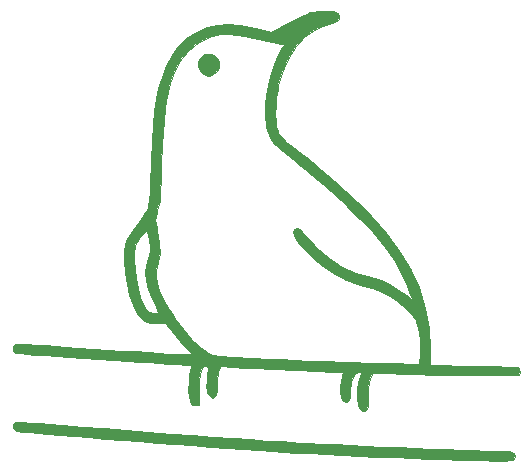
<source format=gbr>
%TF.GenerationSoftware,KiCad,Pcbnew,(5.1.9-0-10_14)*%
%TF.CreationDate,2021-04-25T18:44:43-05:00*%
%TF.ProjectId,wren-numpad,7772656e-2d6e-4756-9d70-61642e6b6963,rev?*%
%TF.SameCoordinates,Original*%
%TF.FileFunction,Legend,Bot*%
%TF.FilePolarity,Positive*%
%FSLAX46Y46*%
G04 Gerber Fmt 4.6, Leading zero omitted, Abs format (unit mm)*
G04 Created by KiCad (PCBNEW (5.1.9-0-10_14)) date 2021-04-25 18:44:43*
%MOMM*%
%LPD*%
G01*
G04 APERTURE LIST*
%ADD10C,0.010000*%
G04 APERTURE END LIST*
D10*
%TO.C,G\u002A\u002A\u002A*%
G36*
X167993807Y-47756926D02*
G01*
X167832436Y-47809838D01*
X167490072Y-48058222D01*
X167306383Y-48411881D01*
X167284218Y-48806423D01*
X167426425Y-49177455D01*
X167735852Y-49460585D01*
X167758875Y-49472895D01*
X168041676Y-49604113D01*
X168241367Y-49623930D01*
X168475337Y-49535488D01*
X168557997Y-49494273D01*
X168893559Y-49226235D01*
X169056820Y-48886854D01*
X169067929Y-48522904D01*
X168947034Y-48181161D01*
X168714283Y-47908400D01*
X168389825Y-47751397D01*
X167993807Y-47756926D01*
G37*
X167993807Y-47756926D02*
X167832436Y-47809838D01*
X167490072Y-48058222D01*
X167306383Y-48411881D01*
X167284218Y-48806423D01*
X167426425Y-49177455D01*
X167735852Y-49460585D01*
X167758875Y-49472895D01*
X168041676Y-49604113D01*
X168241367Y-49623930D01*
X168475337Y-49535488D01*
X168557997Y-49494273D01*
X168893559Y-49226235D01*
X169056820Y-48886854D01*
X169067929Y-48522904D01*
X168947034Y-48181161D01*
X168714283Y-47908400D01*
X168389825Y-47751397D01*
X167993807Y-47756926D01*
G36*
X177919424Y-44116724D02*
G01*
X177764341Y-44123729D01*
X177377940Y-44145523D01*
X177065778Y-44179637D01*
X176779503Y-44242227D01*
X176470765Y-44349448D01*
X176091209Y-44517457D01*
X175592484Y-44762407D01*
X175088884Y-45017664D01*
X173427722Y-45863104D01*
X172072648Y-45554105D01*
X170873416Y-45328768D01*
X169822228Y-45243852D01*
X168879033Y-45305840D01*
X168003780Y-45521215D01*
X167156418Y-45896459D01*
X166296897Y-46438056D01*
X166205770Y-46503775D01*
X165608561Y-47064497D01*
X165057612Y-47834782D01*
X164562960Y-48796144D01*
X164134645Y-49930094D01*
X163893818Y-50761568D01*
X163729235Y-51550190D01*
X163585699Y-52558080D01*
X163464221Y-53774466D01*
X163365814Y-55188578D01*
X163291491Y-56789645D01*
X163271777Y-57378297D01*
X163242757Y-58303176D01*
X163216514Y-59028888D01*
X163189734Y-59587097D01*
X163159102Y-60009465D01*
X163121304Y-60327653D01*
X163073026Y-60573326D01*
X163010954Y-60778146D01*
X162931774Y-60973774D01*
X162884458Y-61078635D01*
X162643656Y-61514132D01*
X162316959Y-61994322D01*
X162037585Y-62342012D01*
X161589607Y-62891134D01*
X161289698Y-63391350D01*
X161112078Y-63914228D01*
X161030967Y-64531338D01*
X161018520Y-65171205D01*
X161077603Y-66191844D01*
X161225785Y-67204094D01*
X161450187Y-68154921D01*
X161737926Y-68991290D01*
X162076123Y-69660165D01*
X162127969Y-69739196D01*
X162497534Y-70192911D01*
X162889580Y-70456284D01*
X163374259Y-70564904D01*
X163764824Y-70569670D01*
X164493055Y-70541772D01*
X165312676Y-71568191D01*
X165680843Y-72016242D01*
X166036002Y-72425836D01*
X166331841Y-72744750D01*
X166489234Y-72894953D01*
X166846171Y-73195296D01*
X166288904Y-73195098D01*
X166000975Y-73187033D01*
X165507892Y-73164030D01*
X164834818Y-73127684D01*
X164006914Y-73079593D01*
X163049343Y-73021353D01*
X161987267Y-72954561D01*
X160845848Y-72880815D01*
X159650249Y-72801710D01*
X158425632Y-72718843D01*
X157197158Y-72633813D01*
X155989991Y-72548214D01*
X155248488Y-72494476D01*
X154390114Y-72434263D01*
X153602374Y-72383904D01*
X152915898Y-72344968D01*
X152361314Y-72319024D01*
X151969252Y-72307642D01*
X151770341Y-72312389D01*
X151755988Y-72315578D01*
X151630505Y-72468238D01*
X151591849Y-72720006D01*
X151646699Y-72953436D01*
X151715416Y-73029226D01*
X151861570Y-73057314D01*
X152217051Y-73097947D01*
X152760710Y-73149536D01*
X153471400Y-73210490D01*
X154327970Y-73279219D01*
X155309273Y-73354135D01*
X156394160Y-73433646D01*
X157561482Y-73516162D01*
X158790090Y-73600095D01*
X160058835Y-73683853D01*
X161346570Y-73765847D01*
X162268000Y-73822557D01*
X163124892Y-73875310D01*
X163948174Y-73927506D01*
X164696479Y-73976406D01*
X165328442Y-74019273D01*
X165802696Y-74053369D01*
X166032182Y-74071728D01*
X166794545Y-74138962D01*
X166625871Y-74619629D01*
X166533902Y-75033489D01*
X166480241Y-75585569D01*
X166466843Y-76186061D01*
X166495659Y-76745156D01*
X166568644Y-77173044D01*
X166570224Y-77178477D01*
X166687836Y-77429914D01*
X166890173Y-77519160D01*
X167009943Y-77524841D01*
X167348000Y-77524841D01*
X167348586Y-76254841D01*
X167377647Y-75443862D01*
X167461903Y-74818555D01*
X167598216Y-74389891D01*
X167783449Y-74168844D01*
X167951957Y-74145767D01*
X168103993Y-74258219D01*
X168115093Y-74356698D01*
X168088568Y-74545730D01*
X168055273Y-74896901D01*
X168021517Y-75341811D01*
X168014579Y-75446659D01*
X167991209Y-75926088D01*
X168002445Y-76239873D01*
X168057677Y-76451900D01*
X168166296Y-76626055D01*
X168192753Y-76658932D01*
X168386306Y-76848633D01*
X168549392Y-76864651D01*
X168639630Y-76819633D01*
X168749807Y-76710125D01*
X168817428Y-76512747D01*
X168853736Y-76176261D01*
X168867629Y-75780542D01*
X168892879Y-75296623D01*
X168942195Y-74862361D01*
X169005530Y-74562861D01*
X169014244Y-74538329D01*
X169142139Y-74207271D01*
X170207797Y-74281449D01*
X170514495Y-74299877D01*
X171006353Y-74325891D01*
X171650698Y-74358022D01*
X172414859Y-74394803D01*
X173266166Y-74434768D01*
X174171947Y-74476448D01*
X175099532Y-74518376D01*
X176016249Y-74559085D01*
X176889427Y-74597107D01*
X177686395Y-74630975D01*
X178374482Y-74659222D01*
X178921017Y-74680379D01*
X179293329Y-74692980D01*
X179435972Y-74695933D01*
X179554342Y-74716353D01*
X179568043Y-74817235D01*
X179480540Y-75058726D01*
X179459754Y-75108751D01*
X179357589Y-75486279D01*
X179312790Y-75941948D01*
X179322123Y-76407600D01*
X179382355Y-76815075D01*
X179490254Y-77096217D01*
X179557318Y-77165834D01*
X179811987Y-77251271D01*
X179993303Y-77134926D01*
X180105876Y-76809741D01*
X180154314Y-76268662D01*
X180154769Y-76251303D01*
X180218733Y-75571882D01*
X180368868Y-75078688D01*
X180599828Y-74783317D01*
X180871499Y-74696205D01*
X181079281Y-74725693D01*
X181104188Y-74841889D01*
X181083211Y-74898250D01*
X180863845Y-75564035D01*
X180748058Y-76254833D01*
X180738058Y-76909872D01*
X180836054Y-77468380D01*
X180978429Y-77782321D01*
X181151067Y-77994840D01*
X181315086Y-78021952D01*
X181488426Y-77933078D01*
X181574475Y-77818361D01*
X181628211Y-77579977D01*
X181655325Y-77179083D01*
X181661608Y-76751437D01*
X181684083Y-76078318D01*
X181751839Y-75584184D01*
X181863553Y-75237349D01*
X182062743Y-74797130D01*
X185904462Y-74890985D01*
X186965949Y-74914989D01*
X188078790Y-74936726D01*
X189189013Y-74955378D01*
X190242643Y-74970131D01*
X191185704Y-74980168D01*
X191964222Y-74984673D01*
X192113000Y-74984841D01*
X194479818Y-74984841D01*
X194516414Y-74666685D01*
X194492793Y-74400393D01*
X194397815Y-74288974D01*
X194247973Y-74271854D01*
X193896209Y-74251327D01*
X193371467Y-74228478D01*
X192702690Y-74204392D01*
X191918821Y-74180154D01*
X191048804Y-74156850D01*
X190565508Y-74145313D01*
X186888397Y-74061205D01*
X186909155Y-72767182D01*
X186903084Y-72641963D01*
X186067620Y-72641963D01*
X186041424Y-73241342D01*
X185967022Y-74037843D01*
X183469329Y-73961446D01*
X182629161Y-73934824D01*
X181626869Y-73901576D01*
X180531064Y-73864070D01*
X179410355Y-73824672D01*
X178333353Y-73785751D01*
X177738909Y-73763696D01*
X176679492Y-73722316D01*
X175497576Y-73673435D01*
X174271875Y-73620486D01*
X173081103Y-73566904D01*
X172003974Y-73516124D01*
X171543250Y-73493392D01*
X170637621Y-73447098D01*
X169931474Y-73407617D01*
X169393640Y-73370856D01*
X168992949Y-73332723D01*
X168698232Y-73289123D01*
X168478319Y-73235964D01*
X168302041Y-73169154D01*
X168138229Y-73084599D01*
X168052274Y-73034985D01*
X167430046Y-72586445D01*
X166762491Y-71954886D01*
X166080350Y-71175306D01*
X165414364Y-70282706D01*
X165039324Y-69696883D01*
X163942091Y-69696883D01*
X163840698Y-69719869D01*
X163589961Y-69714997D01*
X163520606Y-69709765D01*
X163107026Y-69588925D01*
X162886007Y-69385296D01*
X162629661Y-68926253D01*
X162395601Y-68300885D01*
X162192528Y-67561775D01*
X162029142Y-66761506D01*
X161914144Y-65952664D01*
X161856235Y-65187831D01*
X161864115Y-64519591D01*
X161946485Y-64000527D01*
X161978825Y-63902621D01*
X162105638Y-63658279D01*
X162307405Y-63353720D01*
X162537150Y-63050283D01*
X162747897Y-62809310D01*
X162892670Y-62692141D01*
X162908288Y-62688932D01*
X162963325Y-62794090D01*
X163033741Y-63072079D01*
X163105750Y-63466666D01*
X163117050Y-63540568D01*
X163178891Y-64063093D01*
X163178692Y-64465092D01*
X163113192Y-64849342D01*
X163070354Y-65012614D01*
X162903415Y-65699955D01*
X162829614Y-66291418D01*
X162856012Y-66848147D01*
X162989669Y-67431283D01*
X163237647Y-68101970D01*
X163493851Y-68679686D01*
X163689705Y-69107782D01*
X163842154Y-69450381D01*
X163929545Y-69658346D01*
X163942091Y-69696883D01*
X165039324Y-69696883D01*
X164821649Y-69356869D01*
X164337710Y-68494237D01*
X163995554Y-67767593D01*
X163786109Y-67138104D01*
X163700302Y-66566941D01*
X163729063Y-66015270D01*
X163863319Y-65444260D01*
X163888858Y-65364105D01*
X164024580Y-64632695D01*
X164007803Y-63752046D01*
X163839459Y-62745480D01*
X163773492Y-62475710D01*
X163679851Y-62084884D01*
X163647593Y-61797601D01*
X163680702Y-61517567D01*
X163783159Y-61148492D01*
X163835211Y-60983375D01*
X163910501Y-60724324D01*
X163971238Y-60450470D01*
X164020120Y-60129857D01*
X164059843Y-59730528D01*
X164093105Y-59220524D01*
X164122603Y-58567890D01*
X164151035Y-57740668D01*
X164173636Y-56973932D01*
X164221495Y-55592932D01*
X164283500Y-54408197D01*
X164363553Y-53385313D01*
X164465554Y-52489863D01*
X164593402Y-51687432D01*
X164750997Y-50943605D01*
X164936197Y-50244768D01*
X165328999Y-49133789D01*
X165813571Y-48219479D01*
X166406805Y-47480075D01*
X167125595Y-46893813D01*
X167840621Y-46502938D01*
X168493209Y-46254353D01*
X169145606Y-46114307D01*
X169846534Y-46081450D01*
X170644719Y-46154432D01*
X171588883Y-46331901D01*
X171850727Y-46391798D01*
X172473207Y-46533234D01*
X173074664Y-46661132D01*
X173588567Y-46761883D01*
X173948384Y-46821879D01*
X173962238Y-46823708D01*
X174294178Y-46879273D01*
X174501232Y-46938670D01*
X174538850Y-46973717D01*
X174470961Y-47106350D01*
X174328493Y-47379954D01*
X174171383Y-47679841D01*
X173741950Y-48638255D01*
X173396213Y-49694508D01*
X173142774Y-50795955D01*
X172990238Y-51889953D01*
X172947207Y-52923855D01*
X173022286Y-53845019D01*
X173101474Y-54226566D01*
X173261565Y-54660827D01*
X173487695Y-55070472D01*
X173592156Y-55209182D01*
X173717139Y-55349931D01*
X173850768Y-55488399D01*
X174016561Y-55644460D01*
X174238036Y-55837989D01*
X174538713Y-56088859D01*
X174942109Y-56416945D01*
X175471743Y-56842121D01*
X176151134Y-57384261D01*
X176411182Y-57591408D01*
X177112488Y-58169454D01*
X177909199Y-58858762D01*
X178757878Y-59619049D01*
X179615085Y-60410033D01*
X180437381Y-61191433D01*
X181181328Y-61922965D01*
X181803488Y-62564347D01*
X181982204Y-62757628D01*
X183049973Y-64033966D01*
X183930510Y-65321545D01*
X184662327Y-66680170D01*
X185002072Y-67447108D01*
X185182111Y-67887989D01*
X185322673Y-68243532D01*
X185404132Y-68463500D01*
X185416636Y-68508223D01*
X185332403Y-68471653D01*
X185107919Y-68322433D01*
X184785508Y-68089282D01*
X184655457Y-67991724D01*
X183890408Y-67457283D01*
X183191250Y-67074830D01*
X182487301Y-66810164D01*
X181925341Y-66670772D01*
X180687199Y-66313551D01*
X179482422Y-65769429D01*
X178353884Y-65066728D01*
X177344453Y-64233769D01*
X176497001Y-63298874D01*
X176206279Y-62892616D01*
X175922177Y-62567059D01*
X175653128Y-62467824D01*
X175403999Y-62596371D01*
X175364742Y-62640060D01*
X175298164Y-62842377D01*
X175379064Y-63127365D01*
X175616221Y-63508719D01*
X176018414Y-64000133D01*
X176594422Y-64615300D01*
X176699818Y-64722600D01*
X177667607Y-65603513D01*
X178677977Y-66314256D01*
X179778287Y-66880404D01*
X181015898Y-67327529D01*
X182004056Y-67586790D01*
X182669459Y-67813929D01*
X183386639Y-68183472D01*
X184101612Y-68655509D01*
X184760394Y-69190127D01*
X185309003Y-69747415D01*
X185693455Y-70287460D01*
X185717249Y-70332092D01*
X185859918Y-70736977D01*
X185970977Y-71302761D01*
X186042766Y-71960678D01*
X186067620Y-72641963D01*
X186903084Y-72641963D01*
X186823199Y-70994395D01*
X186510386Y-69247728D01*
X185974106Y-67535799D01*
X185217747Y-65867220D01*
X184244696Y-64250608D01*
X183058343Y-62694576D01*
X182854404Y-62458023D01*
X182192778Y-61738928D01*
X181386605Y-60920930D01*
X180477308Y-60042001D01*
X179506306Y-59140116D01*
X178515020Y-58253249D01*
X177544872Y-57419372D01*
X176637281Y-56676459D01*
X176064818Y-56233468D01*
X175320997Y-55657351D01*
X174756382Y-55178318D01*
X174350594Y-54777332D01*
X174083250Y-54435357D01*
X174014547Y-54318477D01*
X173906482Y-53967783D01*
X173843483Y-53444236D01*
X173824632Y-52801270D01*
X173849011Y-52092315D01*
X173915703Y-51370805D01*
X174023789Y-50690170D01*
X174081347Y-50429188D01*
X174471446Y-49112910D01*
X174957333Y-47998734D01*
X175549247Y-47074289D01*
X176257425Y-46327200D01*
X177092106Y-45745094D01*
X178063527Y-45315598D01*
X178400006Y-45209786D01*
X178898709Y-45020673D01*
X179183943Y-44805895D01*
X179250144Y-44573219D01*
X179091746Y-44330413D01*
X179053460Y-44297774D01*
X178886819Y-44189180D01*
X178681260Y-44128072D01*
X178378292Y-44106552D01*
X177919424Y-44116724D01*
G37*
X177919424Y-44116724D02*
X177764341Y-44123729D01*
X177377940Y-44145523D01*
X177065778Y-44179637D01*
X176779503Y-44242227D01*
X176470765Y-44349448D01*
X176091209Y-44517457D01*
X175592484Y-44762407D01*
X175088884Y-45017664D01*
X173427722Y-45863104D01*
X172072648Y-45554105D01*
X170873416Y-45328768D01*
X169822228Y-45243852D01*
X168879033Y-45305840D01*
X168003780Y-45521215D01*
X167156418Y-45896459D01*
X166296897Y-46438056D01*
X166205770Y-46503775D01*
X165608561Y-47064497D01*
X165057612Y-47834782D01*
X164562960Y-48796144D01*
X164134645Y-49930094D01*
X163893818Y-50761568D01*
X163729235Y-51550190D01*
X163585699Y-52558080D01*
X163464221Y-53774466D01*
X163365814Y-55188578D01*
X163291491Y-56789645D01*
X163271777Y-57378297D01*
X163242757Y-58303176D01*
X163216514Y-59028888D01*
X163189734Y-59587097D01*
X163159102Y-60009465D01*
X163121304Y-60327653D01*
X163073026Y-60573326D01*
X163010954Y-60778146D01*
X162931774Y-60973774D01*
X162884458Y-61078635D01*
X162643656Y-61514132D01*
X162316959Y-61994322D01*
X162037585Y-62342012D01*
X161589607Y-62891134D01*
X161289698Y-63391350D01*
X161112078Y-63914228D01*
X161030967Y-64531338D01*
X161018520Y-65171205D01*
X161077603Y-66191844D01*
X161225785Y-67204094D01*
X161450187Y-68154921D01*
X161737926Y-68991290D01*
X162076123Y-69660165D01*
X162127969Y-69739196D01*
X162497534Y-70192911D01*
X162889580Y-70456284D01*
X163374259Y-70564904D01*
X163764824Y-70569670D01*
X164493055Y-70541772D01*
X165312676Y-71568191D01*
X165680843Y-72016242D01*
X166036002Y-72425836D01*
X166331841Y-72744750D01*
X166489234Y-72894953D01*
X166846171Y-73195296D01*
X166288904Y-73195098D01*
X166000975Y-73187033D01*
X165507892Y-73164030D01*
X164834818Y-73127684D01*
X164006914Y-73079593D01*
X163049343Y-73021353D01*
X161987267Y-72954561D01*
X160845848Y-72880815D01*
X159650249Y-72801710D01*
X158425632Y-72718843D01*
X157197158Y-72633813D01*
X155989991Y-72548214D01*
X155248488Y-72494476D01*
X154390114Y-72434263D01*
X153602374Y-72383904D01*
X152915898Y-72344968D01*
X152361314Y-72319024D01*
X151969252Y-72307642D01*
X151770341Y-72312389D01*
X151755988Y-72315578D01*
X151630505Y-72468238D01*
X151591849Y-72720006D01*
X151646699Y-72953436D01*
X151715416Y-73029226D01*
X151861570Y-73057314D01*
X152217051Y-73097947D01*
X152760710Y-73149536D01*
X153471400Y-73210490D01*
X154327970Y-73279219D01*
X155309273Y-73354135D01*
X156394160Y-73433646D01*
X157561482Y-73516162D01*
X158790090Y-73600095D01*
X160058835Y-73683853D01*
X161346570Y-73765847D01*
X162268000Y-73822557D01*
X163124892Y-73875310D01*
X163948174Y-73927506D01*
X164696479Y-73976406D01*
X165328442Y-74019273D01*
X165802696Y-74053369D01*
X166032182Y-74071728D01*
X166794545Y-74138962D01*
X166625871Y-74619629D01*
X166533902Y-75033489D01*
X166480241Y-75585569D01*
X166466843Y-76186061D01*
X166495659Y-76745156D01*
X166568644Y-77173044D01*
X166570224Y-77178477D01*
X166687836Y-77429914D01*
X166890173Y-77519160D01*
X167009943Y-77524841D01*
X167348000Y-77524841D01*
X167348586Y-76254841D01*
X167377647Y-75443862D01*
X167461903Y-74818555D01*
X167598216Y-74389891D01*
X167783449Y-74168844D01*
X167951957Y-74145767D01*
X168103993Y-74258219D01*
X168115093Y-74356698D01*
X168088568Y-74545730D01*
X168055273Y-74896901D01*
X168021517Y-75341811D01*
X168014579Y-75446659D01*
X167991209Y-75926088D01*
X168002445Y-76239873D01*
X168057677Y-76451900D01*
X168166296Y-76626055D01*
X168192753Y-76658932D01*
X168386306Y-76848633D01*
X168549392Y-76864651D01*
X168639630Y-76819633D01*
X168749807Y-76710125D01*
X168817428Y-76512747D01*
X168853736Y-76176261D01*
X168867629Y-75780542D01*
X168892879Y-75296623D01*
X168942195Y-74862361D01*
X169005530Y-74562861D01*
X169014244Y-74538329D01*
X169142139Y-74207271D01*
X170207797Y-74281449D01*
X170514495Y-74299877D01*
X171006353Y-74325891D01*
X171650698Y-74358022D01*
X172414859Y-74394803D01*
X173266166Y-74434768D01*
X174171947Y-74476448D01*
X175099532Y-74518376D01*
X176016249Y-74559085D01*
X176889427Y-74597107D01*
X177686395Y-74630975D01*
X178374482Y-74659222D01*
X178921017Y-74680379D01*
X179293329Y-74692980D01*
X179435972Y-74695933D01*
X179554342Y-74716353D01*
X179568043Y-74817235D01*
X179480540Y-75058726D01*
X179459754Y-75108751D01*
X179357589Y-75486279D01*
X179312790Y-75941948D01*
X179322123Y-76407600D01*
X179382355Y-76815075D01*
X179490254Y-77096217D01*
X179557318Y-77165834D01*
X179811987Y-77251271D01*
X179993303Y-77134926D01*
X180105876Y-76809741D01*
X180154314Y-76268662D01*
X180154769Y-76251303D01*
X180218733Y-75571882D01*
X180368868Y-75078688D01*
X180599828Y-74783317D01*
X180871499Y-74696205D01*
X181079281Y-74725693D01*
X181104188Y-74841889D01*
X181083211Y-74898250D01*
X180863845Y-75564035D01*
X180748058Y-76254833D01*
X180738058Y-76909872D01*
X180836054Y-77468380D01*
X180978429Y-77782321D01*
X181151067Y-77994840D01*
X181315086Y-78021952D01*
X181488426Y-77933078D01*
X181574475Y-77818361D01*
X181628211Y-77579977D01*
X181655325Y-77179083D01*
X181661608Y-76751437D01*
X181684083Y-76078318D01*
X181751839Y-75584184D01*
X181863553Y-75237349D01*
X182062743Y-74797130D01*
X185904462Y-74890985D01*
X186965949Y-74914989D01*
X188078790Y-74936726D01*
X189189013Y-74955378D01*
X190242643Y-74970131D01*
X191185704Y-74980168D01*
X191964222Y-74984673D01*
X192113000Y-74984841D01*
X194479818Y-74984841D01*
X194516414Y-74666685D01*
X194492793Y-74400393D01*
X194397815Y-74288974D01*
X194247973Y-74271854D01*
X193896209Y-74251327D01*
X193371467Y-74228478D01*
X192702690Y-74204392D01*
X191918821Y-74180154D01*
X191048804Y-74156850D01*
X190565508Y-74145313D01*
X186888397Y-74061205D01*
X186909155Y-72767182D01*
X186903084Y-72641963D01*
X186067620Y-72641963D01*
X186041424Y-73241342D01*
X185967022Y-74037843D01*
X183469329Y-73961446D01*
X182629161Y-73934824D01*
X181626869Y-73901576D01*
X180531064Y-73864070D01*
X179410355Y-73824672D01*
X178333353Y-73785751D01*
X177738909Y-73763696D01*
X176679492Y-73722316D01*
X175497576Y-73673435D01*
X174271875Y-73620486D01*
X173081103Y-73566904D01*
X172003974Y-73516124D01*
X171543250Y-73493392D01*
X170637621Y-73447098D01*
X169931474Y-73407617D01*
X169393640Y-73370856D01*
X168992949Y-73332723D01*
X168698232Y-73289123D01*
X168478319Y-73235964D01*
X168302041Y-73169154D01*
X168138229Y-73084599D01*
X168052274Y-73034985D01*
X167430046Y-72586445D01*
X166762491Y-71954886D01*
X166080350Y-71175306D01*
X165414364Y-70282706D01*
X165039324Y-69696883D01*
X163942091Y-69696883D01*
X163840698Y-69719869D01*
X163589961Y-69714997D01*
X163520606Y-69709765D01*
X163107026Y-69588925D01*
X162886007Y-69385296D01*
X162629661Y-68926253D01*
X162395601Y-68300885D01*
X162192528Y-67561775D01*
X162029142Y-66761506D01*
X161914144Y-65952664D01*
X161856235Y-65187831D01*
X161864115Y-64519591D01*
X161946485Y-64000527D01*
X161978825Y-63902621D01*
X162105638Y-63658279D01*
X162307405Y-63353720D01*
X162537150Y-63050283D01*
X162747897Y-62809310D01*
X162892670Y-62692141D01*
X162908288Y-62688932D01*
X162963325Y-62794090D01*
X163033741Y-63072079D01*
X163105750Y-63466666D01*
X163117050Y-63540568D01*
X163178891Y-64063093D01*
X163178692Y-64465092D01*
X163113192Y-64849342D01*
X163070354Y-65012614D01*
X162903415Y-65699955D01*
X162829614Y-66291418D01*
X162856012Y-66848147D01*
X162989669Y-67431283D01*
X163237647Y-68101970D01*
X163493851Y-68679686D01*
X163689705Y-69107782D01*
X163842154Y-69450381D01*
X163929545Y-69658346D01*
X163942091Y-69696883D01*
X165039324Y-69696883D01*
X164821649Y-69356869D01*
X164337710Y-68494237D01*
X163995554Y-67767593D01*
X163786109Y-67138104D01*
X163700302Y-66566941D01*
X163729063Y-66015270D01*
X163863319Y-65444260D01*
X163888858Y-65364105D01*
X164024580Y-64632695D01*
X164007803Y-63752046D01*
X163839459Y-62745480D01*
X163773492Y-62475710D01*
X163679851Y-62084884D01*
X163647593Y-61797601D01*
X163680702Y-61517567D01*
X163783159Y-61148492D01*
X163835211Y-60983375D01*
X163910501Y-60724324D01*
X163971238Y-60450470D01*
X164020120Y-60129857D01*
X164059843Y-59730528D01*
X164093105Y-59220524D01*
X164122603Y-58567890D01*
X164151035Y-57740668D01*
X164173636Y-56973932D01*
X164221495Y-55592932D01*
X164283500Y-54408197D01*
X164363553Y-53385313D01*
X164465554Y-52489863D01*
X164593402Y-51687432D01*
X164750997Y-50943605D01*
X164936197Y-50244768D01*
X165328999Y-49133789D01*
X165813571Y-48219479D01*
X166406805Y-47480075D01*
X167125595Y-46893813D01*
X167840621Y-46502938D01*
X168493209Y-46254353D01*
X169145606Y-46114307D01*
X169846534Y-46081450D01*
X170644719Y-46154432D01*
X171588883Y-46331901D01*
X171850727Y-46391798D01*
X172473207Y-46533234D01*
X173074664Y-46661132D01*
X173588567Y-46761883D01*
X173948384Y-46821879D01*
X173962238Y-46823708D01*
X174294178Y-46879273D01*
X174501232Y-46938670D01*
X174538850Y-46973717D01*
X174470961Y-47106350D01*
X174328493Y-47379954D01*
X174171383Y-47679841D01*
X173741950Y-48638255D01*
X173396213Y-49694508D01*
X173142774Y-50795955D01*
X172990238Y-51889953D01*
X172947207Y-52923855D01*
X173022286Y-53845019D01*
X173101474Y-54226566D01*
X173261565Y-54660827D01*
X173487695Y-55070472D01*
X173592156Y-55209182D01*
X173717139Y-55349931D01*
X173850768Y-55488399D01*
X174016561Y-55644460D01*
X174238036Y-55837989D01*
X174538713Y-56088859D01*
X174942109Y-56416945D01*
X175471743Y-56842121D01*
X176151134Y-57384261D01*
X176411182Y-57591408D01*
X177112488Y-58169454D01*
X177909199Y-58858762D01*
X178757878Y-59619049D01*
X179615085Y-60410033D01*
X180437381Y-61191433D01*
X181181328Y-61922965D01*
X181803488Y-62564347D01*
X181982204Y-62757628D01*
X183049973Y-64033966D01*
X183930510Y-65321545D01*
X184662327Y-66680170D01*
X185002072Y-67447108D01*
X185182111Y-67887989D01*
X185322673Y-68243532D01*
X185404132Y-68463500D01*
X185416636Y-68508223D01*
X185332403Y-68471653D01*
X185107919Y-68322433D01*
X184785508Y-68089282D01*
X184655457Y-67991724D01*
X183890408Y-67457283D01*
X183191250Y-67074830D01*
X182487301Y-66810164D01*
X181925341Y-66670772D01*
X180687199Y-66313551D01*
X179482422Y-65769429D01*
X178353884Y-65066728D01*
X177344453Y-64233769D01*
X176497001Y-63298874D01*
X176206279Y-62892616D01*
X175922177Y-62567059D01*
X175653128Y-62467824D01*
X175403999Y-62596371D01*
X175364742Y-62640060D01*
X175298164Y-62842377D01*
X175379064Y-63127365D01*
X175616221Y-63508719D01*
X176018414Y-64000133D01*
X176594422Y-64615300D01*
X176699818Y-64722600D01*
X177667607Y-65603513D01*
X178677977Y-66314256D01*
X179778287Y-66880404D01*
X181015898Y-67327529D01*
X182004056Y-67586790D01*
X182669459Y-67813929D01*
X183386639Y-68183472D01*
X184101612Y-68655509D01*
X184760394Y-69190127D01*
X185309003Y-69747415D01*
X185693455Y-70287460D01*
X185717249Y-70332092D01*
X185859918Y-70736977D01*
X185970977Y-71302761D01*
X186042766Y-71960678D01*
X186067620Y-72641963D01*
X186903084Y-72641963D01*
X186823199Y-70994395D01*
X186510386Y-69247728D01*
X185974106Y-67535799D01*
X185217747Y-65867220D01*
X184244696Y-64250608D01*
X183058343Y-62694576D01*
X182854404Y-62458023D01*
X182192778Y-61738928D01*
X181386605Y-60920930D01*
X180477308Y-60042001D01*
X179506306Y-59140116D01*
X178515020Y-58253249D01*
X177544872Y-57419372D01*
X176637281Y-56676459D01*
X176064818Y-56233468D01*
X175320997Y-55657351D01*
X174756382Y-55178318D01*
X174350594Y-54777332D01*
X174083250Y-54435357D01*
X174014547Y-54318477D01*
X173906482Y-53967783D01*
X173843483Y-53444236D01*
X173824632Y-52801270D01*
X173849011Y-52092315D01*
X173915703Y-51370805D01*
X174023789Y-50690170D01*
X174081347Y-50429188D01*
X174471446Y-49112910D01*
X174957333Y-47998734D01*
X175549247Y-47074289D01*
X176257425Y-46327200D01*
X177092106Y-45745094D01*
X178063527Y-45315598D01*
X178400006Y-45209786D01*
X178898709Y-45020673D01*
X179183943Y-44805895D01*
X179250144Y-44573219D01*
X179091746Y-44330413D01*
X179053460Y-44297774D01*
X178886819Y-44189180D01*
X178681260Y-44128072D01*
X178378292Y-44106552D01*
X177919424Y-44116724D01*
G36*
X151757694Y-78927784D02*
G01*
X151609078Y-79085443D01*
X151596562Y-79326379D01*
X151708472Y-79556436D01*
X151848227Y-79658014D01*
X152009507Y-79686415D01*
X152382944Y-79729885D01*
X152950374Y-79786990D01*
X153693635Y-79856298D01*
X154594564Y-79936377D01*
X155634999Y-80025794D01*
X156796777Y-80123117D01*
X158061735Y-80226913D01*
X159411711Y-80335749D01*
X160828543Y-80448193D01*
X162294067Y-80562813D01*
X163790121Y-80678175D01*
X165298543Y-80792848D01*
X166801169Y-80905399D01*
X168279838Y-81014394D01*
X169716386Y-81118403D01*
X171092651Y-81215992D01*
X172390470Y-81305728D01*
X173591681Y-81386179D01*
X174506182Y-81445120D01*
X175566227Y-81508850D01*
X176766184Y-81575536D01*
X178079008Y-81644053D01*
X179477652Y-81713277D01*
X180935070Y-81782081D01*
X182424215Y-81849341D01*
X183918041Y-81913931D01*
X185389502Y-81974725D01*
X186811553Y-82030599D01*
X188157146Y-82080426D01*
X189399235Y-82123082D01*
X190510775Y-82157441D01*
X191464718Y-82182378D01*
X192234019Y-82196767D01*
X192647272Y-82199961D01*
X193258318Y-82192424D01*
X193674466Y-82166180D01*
X193931267Y-82117105D01*
X194064270Y-82041072D01*
X194069602Y-82034948D01*
X194151757Y-81796977D01*
X194048355Y-81575251D01*
X193801422Y-81425069D01*
X193580983Y-81392002D01*
X193129912Y-81386079D01*
X192473297Y-81370040D01*
X191636238Y-81344920D01*
X190643831Y-81311756D01*
X189521172Y-81271583D01*
X188293359Y-81225438D01*
X186985490Y-81174358D01*
X185622661Y-81119377D01*
X184229970Y-81061532D01*
X182832513Y-81001860D01*
X181455389Y-80941395D01*
X180123693Y-80881176D01*
X178862523Y-80822236D01*
X177696976Y-80765614D01*
X176652150Y-80712344D01*
X175753142Y-80663463D01*
X175314363Y-80637889D01*
X174313530Y-80574980D01*
X173108904Y-80494663D01*
X171726788Y-80398899D01*
X170193485Y-80289644D01*
X168535297Y-80168857D01*
X166778528Y-80038495D01*
X164949479Y-79900518D01*
X163074455Y-79756883D01*
X161179758Y-79609548D01*
X159291690Y-79460471D01*
X157436555Y-79311610D01*
X156751103Y-79255947D01*
X155714892Y-79173336D01*
X154746984Y-79099683D01*
X153872287Y-79036625D01*
X153115711Y-78985798D01*
X152502163Y-78948839D01*
X152056551Y-78927386D01*
X151803784Y-78923075D01*
X151757694Y-78927784D01*
G37*
X151757694Y-78927784D02*
X151609078Y-79085443D01*
X151596562Y-79326379D01*
X151708472Y-79556436D01*
X151848227Y-79658014D01*
X152009507Y-79686415D01*
X152382944Y-79729885D01*
X152950374Y-79786990D01*
X153693635Y-79856298D01*
X154594564Y-79936377D01*
X155634999Y-80025794D01*
X156796777Y-80123117D01*
X158061735Y-80226913D01*
X159411711Y-80335749D01*
X160828543Y-80448193D01*
X162294067Y-80562813D01*
X163790121Y-80678175D01*
X165298543Y-80792848D01*
X166801169Y-80905399D01*
X168279838Y-81014394D01*
X169716386Y-81118403D01*
X171092651Y-81215992D01*
X172390470Y-81305728D01*
X173591681Y-81386179D01*
X174506182Y-81445120D01*
X175566227Y-81508850D01*
X176766184Y-81575536D01*
X178079008Y-81644053D01*
X179477652Y-81713277D01*
X180935070Y-81782081D01*
X182424215Y-81849341D01*
X183918041Y-81913931D01*
X185389502Y-81974725D01*
X186811553Y-82030599D01*
X188157146Y-82080426D01*
X189399235Y-82123082D01*
X190510775Y-82157441D01*
X191464718Y-82182378D01*
X192234019Y-82196767D01*
X192647272Y-82199961D01*
X193258318Y-82192424D01*
X193674466Y-82166180D01*
X193931267Y-82117105D01*
X194064270Y-82041072D01*
X194069602Y-82034948D01*
X194151757Y-81796977D01*
X194048355Y-81575251D01*
X193801422Y-81425069D01*
X193580983Y-81392002D01*
X193129912Y-81386079D01*
X192473297Y-81370040D01*
X191636238Y-81344920D01*
X190643831Y-81311756D01*
X189521172Y-81271583D01*
X188293359Y-81225438D01*
X186985490Y-81174358D01*
X185622661Y-81119377D01*
X184229970Y-81061532D01*
X182832513Y-81001860D01*
X181455389Y-80941395D01*
X180123693Y-80881176D01*
X178862523Y-80822236D01*
X177696976Y-80765614D01*
X176652150Y-80712344D01*
X175753142Y-80663463D01*
X175314363Y-80637889D01*
X174313530Y-80574980D01*
X173108904Y-80494663D01*
X171726788Y-80398899D01*
X170193485Y-80289644D01*
X168535297Y-80168857D01*
X166778528Y-80038495D01*
X164949479Y-79900518D01*
X163074455Y-79756883D01*
X161179758Y-79609548D01*
X159291690Y-79460471D01*
X157436555Y-79311610D01*
X156751103Y-79255947D01*
X155714892Y-79173336D01*
X154746984Y-79099683D01*
X153872287Y-79036625D01*
X153115711Y-78985798D01*
X152502163Y-78948839D01*
X152056551Y-78927386D01*
X151803784Y-78923075D01*
X151757694Y-78927784D01*
%TD*%
M02*

</source>
